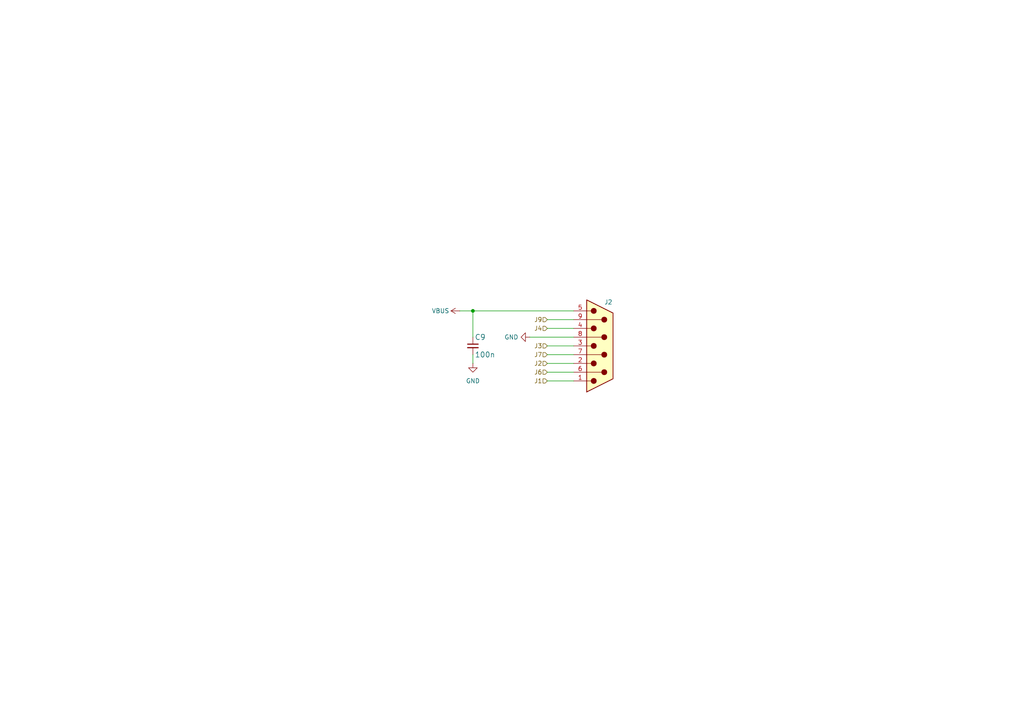
<source format=kicad_sch>
(kicad_sch (version 20250114) (generator "eeschema") (generator_version "9.0")
  (paper "A4")
  (title_block (title "${NAME}") (date "2025-05-24") (rev "${VERSION}") (company "Mikhail Matveev") (comment 1 "https://github.com/rh1tech/echo"))
  (lib_symbols
    (symbol "Device:C_Small" (pin_numbers (hide yes)) (pin_names (offset 0.254) (hide yes))
      (property "Reference" "C" (at 0.254 1.778 0))
      (property "Value" "C_Small" (at 0.254 -2.032 0))
      (symbol "C_Small_0_1"
        (polyline (pts (xy -1.524 0.508) (xy 1.524 0.508)) (stroke (width 0.3048)))
        (polyline (pts (xy -1.524 -0.508) (xy 1.524 -0.508)) (stroke (width 0.3302)))
      )
      (symbol "C_Small_1_1"
        (pin passive line (at 0 2.54 270) (length 2.032) (name "~") (number "1"))
        (pin passive line (at 0 -2.54 90) (length 2.032) (name "~") (number "2"))
      )
    )
    (symbol "FRANK:DB9_Male_Small" (pin_names (offset 1.016) (hide yes))
      (property "Reference" "JOY1" (at 1.27 12.7 0))
      (symbol "DB9_Male_Small_0_1"
        (polyline (pts (xy -3.81 10.16) (xy -2.54 10.16)))
        (polyline (pts (xy -3.81 7.62) (xy 0.508 7.62)))
        (polyline (pts (xy -3.81 5.08) (xy -2.54 5.08)))
        (polyline (pts (xy -3.81 2.54) (xy 0.508 2.54)))
        (polyline (pts (xy -3.81 0) (xy -2.54 0)))
        (polyline (pts (xy -3.81 -2.54) (xy 0.508 -2.54)))
        (polyline (pts (xy -3.81 -5.08) (xy -2.54 -5.08)))
        (polyline (pts (xy -3.81 -7.62) (xy 0.508 -7.62)))
        (polyline (pts (xy -3.81 -10.16) (xy -2.54 -10.16)))
        (polyline (pts (xy -3.81 -13.335) (xy -3.81 13.335) (xy 3.81 9.525) (xy 3.81 -9.525) (xy -3.81 -13.335)) (stroke (width 0.254)) (fill (type background)))
        (circle (center -1.778 10.16) (radius 0.762) (fill (type outline)))
        (circle (center -1.778 5.08) (radius 0.762) (fill (type outline)))
        (circle (center -1.778 0) (radius 0.762) (fill (type outline)))
        (circle (center -1.778 -5.08) (radius 0.762) (fill (type outline)))
        (circle (center -1.778 -10.16) (radius 0.762) (fill (type outline)))
        (circle (center 1.27 7.62) (radius 0.762) (fill (type outline)))
        (circle (center 1.27 2.54) (radius 0.762) (fill (type outline)))
        (circle (center 1.27 -2.54) (radius 0.762) (fill (type outline)))
        (circle (center 1.27 -7.62) (radius 0.762) (fill (type outline)))
      )
      (symbol "DB9_Male_Small_1_1"
        (pin passive line (at -7.62 10.16 0) (length 3.81) (name "5") (number "5"))
        (pin passive line (at -7.62 7.62 0) (length 3.81) (name "9") (number "9"))
        (pin passive line (at -7.62 5.08 0) (length 3.81) (name "4") (number "4"))
        (pin passive line (at -7.62 2.54 0) (length 3.81) (name "8") (number "8"))
        (pin passive line (at -7.62 0 0) (length 3.81) (name "3") (number "3"))
        (pin passive line (at -7.62 -2.54 0) (length 3.81) (name "7") (number "7"))
        (pin passive line (at -7.62 -5.08 0) (length 3.81) (name "2") (number "2"))
        (pin passive line (at -7.62 -7.62 0) (length 3.81) (name "6") (number "6"))
        (pin passive line (at -7.62 -10.16 0) (length 3.81) (name "1") (number "1"))
      )
    )
    (symbol "GND_1" (power) (pin_numbers (hide yes)) (pin_names (offset 0) (hide yes))
      (property "Value" "GND" (at 0 -3.81 0))
      (symbol "GND_1_0_1"
        (polyline (pts (xy 0 0) (xy 0 -1.27) (xy 1.27 -1.27) (xy 0 -2.54) (xy -1.27 -1.27) (xy 0 -1.27)))
      )
      (symbol "GND_1_1_1"
        (pin power_in line (at 0 0 270) (length 0) (name "~") (number "1"))
      )
    )
    (symbol "power:GND" (power) (pin_numbers (hide yes)) (pin_names (offset 0) (hide yes))
      (property "Value" "GND" (at 0 -3.81 0))
      (symbol "GND_0_1"
        (polyline (pts (xy 0 0) (xy 0 -1.27) (xy 1.27 -1.27) (xy 0 -2.54) (xy -1.27 -1.27) (xy 0 -1.27)))
      )
      (symbol "GND_1_1"
        (pin power_in line (at 0 0 270) (length 0) (name "~") (number "1"))
      )
    )
    (symbol "power:VBUS" (power) (pin_numbers (hide yes)) (pin_names (offset 0) (hide yes))
      (property "Value" "VBUS" (at 0 3.556 0))
      (symbol "VBUS_0_1"
        (polyline (pts (xy -0.762 1.27) (xy 0 2.54)))
        (polyline (pts (xy 0 2.54) (xy 0.762 1.27)))
        (polyline (pts (xy 0 0) (xy 0 2.54)))
      )
      (symbol "VBUS_1_1"
        (pin power_in line (at 0 0 90) (length 0) (name "~") (number "1"))
      )
    )
  )
  (junction (at 137.16 90.17))
  (wire (pts (xy 137.16 102.87) (xy 137.16 105.41)))
  (wire (pts (xy 158.75 100.33) (xy 166.37 100.33)))
  (wire (pts (xy 158.75 95.25) (xy 166.37 95.25)))
  (wire (pts (xy 133.35 90.17) (xy 137.16 90.17)))
  (wire (pts (xy 158.75 110.49) (xy 166.37 110.49)))
  (wire (pts (xy 137.16 90.17) (xy 166.37 90.17)))
  (wire (pts (xy 137.16 90.17) (xy 137.16 97.79)))
  (wire (pts (xy 158.75 105.41) (xy 166.37 105.41)))
  (wire (pts (xy 158.75 92.71) (xy 166.37 92.71)))
  (wire (pts (xy 153.67 97.79) (xy 166.37 97.79)))
  (wire (pts (xy 158.75 107.95) (xy 166.37 107.95)))
  (wire (pts (xy 158.75 102.87) (xy 166.37 102.87)))
  (hierarchical_label "J7" (shape input) (at 158.75 102.87 180))
  (hierarchical_label "J9" (shape input) (at 158.75 92.71 180))
  (hierarchical_label "J4" (shape input) (at 158.75 95.25 180))
  (hierarchical_label "J2" (shape input) (at 158.75 105.41 180))
  (hierarchical_label "J3" (shape input) (at 158.75 100.33 180))
  (hierarchical_label "J6" (shape input) (at 158.75 107.95 180))
  (hierarchical_label "J1" (shape input) (at 158.75 110.49 180))
  (symbol (lib_id "power:VBUS") (at 133.35 90.17 90) (unit 1)
    (property "Reference" "#PWR032" (effects (hide yes)))
    (property "Value" "VBUS" (at 127.762 90.17 90))
    (property "Description" "Power symbol creates a global label with name \"VBUS\"" (effects (hide yes)))
    (instances (project "echo" (path "" (reference "#PWR032") (unit 1)) (path "" (reference "#PWR059") (unit 1))))
  )
  (symbol (lib_id "FRANK:DB9_Male_Small") (at 173.99 100.33 0) (unit 1)
    (property "Reference" "J2" (at 175.26 87.63 0) (effects (justify left)))
    (property "Value" "D-SUB 9 Male" (effects (hide yes)))
    (property "Footprint" "FRANK:D-SUB (9 pin, male, top mount)" (effects (hide yes)))
    (property "Datasheet" "https://eu.mouser.com/datasheet/2/578/original-3313093.pdf" (effects (hide yes)))
    (property "AliExpress" "https://www.aliexpress.com/item/4001214300548.html" (effects (hide yes)))
    (instances (project "echo" (path "" (reference "J2") (unit 1)) (path "" (reference "J10") (unit 1))))
  )
  (symbol (lib_name "GND_1") (lib_id "power:GND") (at 153.67 97.79 270) (unit 1)
    (property "Reference" "#PWR033" (effects (hide yes)))
    (property "Value" "GND" (at 150.368 97.79 90) (effects (justify right)))
    (property "Description" "Power symbol creates a global label with name \"GND\" , ground" (effects (hide yes)))
    (instances (project "echo" (path "" (reference "#PWR033") (unit 1)) (path "" (reference "#PWR060") (unit 1))))
  )
  (symbol (lib_id "Device:C_Small") (at 137.16 100.33 0) (unit 1)
    (property "Reference" "C9" (at 137.668 97.79 0) (effects (font (size 1.524 1.524)) (justify left)))
    (property "Value" "100n" (at 137.668 102.87 0) (effects (font (size 1.524 1.524)) (justify left)))
    (property "Footprint" "FRANK:Capacitor (0805)" (effects (hide yes)))
    (property "Description" "Unpolarized capacitor, small symbol" (effects (hide yes)))
    (instances (project "echo" (path "" (reference "C9") (unit 1)) (path "" (reference "C18") (unit 1))))
  )
  (symbol (lib_id "power:GND") (at 137.16 105.41 0) (unit 1)
    (property "Reference" "#PWR034" (effects (hide yes)))
    (property "Value" "GND" (at 137.16 110.49 0))
    (property "Description" "Power symbol creates a global label with name \"GND\" , ground" (effects (hide yes)))
    (instances (project "echo" (path "" (reference "#PWR034") (unit 1)) (path "" (reference "#PWR061") (unit 1))))
  )
)
</source>
